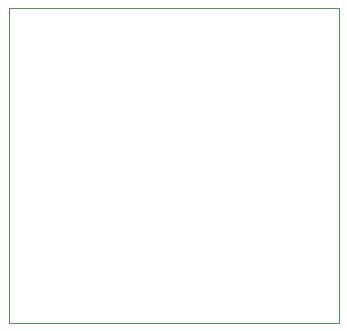
<source format=gbr>
%TF.GenerationSoftware,KiCad,Pcbnew,(5.1.9)-1*%
%TF.CreationDate,2021-03-23T19:31:55+05:30*%
%TF.ProjectId,automatic traffic signal,6175746f-6d61-4746-9963-207472616666,rev?*%
%TF.SameCoordinates,Original*%
%TF.FileFunction,Profile,NP*%
%FSLAX46Y46*%
G04 Gerber Fmt 4.6, Leading zero omitted, Abs format (unit mm)*
G04 Created by KiCad (PCBNEW (5.1.9)-1) date 2021-03-23 19:31:55*
%MOMM*%
%LPD*%
G01*
G04 APERTURE LIST*
%TA.AperFunction,Profile*%
%ADD10C,0.050000*%
%TD*%
G04 APERTURE END LIST*
D10*
X120650000Y-96520000D02*
X120650000Y-69850000D01*
X148590000Y-69850000D02*
X120650000Y-69850000D01*
X148590000Y-96520000D02*
X148590000Y-69850000D01*
X120650000Y-96520000D02*
X148590000Y-96520000D01*
M02*

</source>
